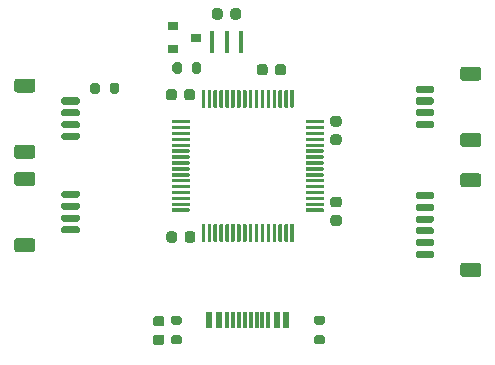
<source format=gbr>
%TF.GenerationSoftware,KiCad,Pcbnew,5.1.8-db9833491~87~ubuntu20.04.1*%
%TF.CreationDate,2020-11-23T17:18:25+01:00*%
%TF.ProjectId,rosalyn-fc,726f7361-6c79-46e2-9d66-632e6b696361,v0.1*%
%TF.SameCoordinates,Original*%
%TF.FileFunction,Paste,Bot*%
%TF.FilePolarity,Positive*%
%FSLAX46Y46*%
G04 Gerber Fmt 4.6, Leading zero omitted, Abs format (unit mm)*
G04 Created by KiCad (PCBNEW 5.1.8-db9833491~87~ubuntu20.04.1) date 2020-11-23 17:18:25*
%MOMM*%
%LPD*%
G01*
G04 APERTURE LIST*
%ADD10R,0.900000X0.800000*%
%ADD11R,0.400000X1.900000*%
%ADD12R,0.600000X1.450000*%
%ADD13R,0.300000X1.450000*%
G04 APERTURE END LIST*
%TO.C,C16*%
G36*
G01*
X151675000Y-91610000D02*
X151675000Y-92110000D01*
G75*
G02*
X151450000Y-92335000I-225000J0D01*
G01*
X151000000Y-92335000D01*
G75*
G02*
X150775000Y-92110000I0J225000D01*
G01*
X150775000Y-91610000D01*
G75*
G02*
X151000000Y-91385000I225000J0D01*
G01*
X151450000Y-91385000D01*
G75*
G02*
X151675000Y-91610000I0J-225000D01*
G01*
G37*
G36*
G01*
X153225000Y-91610000D02*
X153225000Y-92110000D01*
G75*
G02*
X153000000Y-92335000I-225000J0D01*
G01*
X152550000Y-92335000D01*
G75*
G02*
X152325000Y-92110000I0J225000D01*
G01*
X152325000Y-91610000D01*
G75*
G02*
X152550000Y-91385000I225000J0D01*
G01*
X153000000Y-91385000D01*
G75*
G02*
X153225000Y-91610000I0J-225000D01*
G01*
G37*
%TD*%
%TO.C,C12*%
G36*
G01*
X143985000Y-93720000D02*
X143985000Y-94220000D01*
G75*
G02*
X143760000Y-94445000I-225000J0D01*
G01*
X143310000Y-94445000D01*
G75*
G02*
X143085000Y-94220000I0J225000D01*
G01*
X143085000Y-93720000D01*
G75*
G02*
X143310000Y-93495000I225000J0D01*
G01*
X143760000Y-93495000D01*
G75*
G02*
X143985000Y-93720000I0J-225000D01*
G01*
G37*
G36*
G01*
X145535000Y-93720000D02*
X145535000Y-94220000D01*
G75*
G02*
X145310000Y-94445000I-225000J0D01*
G01*
X144860000Y-94445000D01*
G75*
G02*
X144635000Y-94220000I0J225000D01*
G01*
X144635000Y-93720000D01*
G75*
G02*
X144860000Y-93495000I225000J0D01*
G01*
X145310000Y-93495000D01*
G75*
G02*
X145535000Y-93720000I0J-225000D01*
G01*
G37*
%TD*%
%TO.C,C11*%
G36*
G01*
X144015000Y-105770000D02*
X144015000Y-106270000D01*
G75*
G02*
X143790000Y-106495000I-225000J0D01*
G01*
X143340000Y-106495000D01*
G75*
G02*
X143115000Y-106270000I0J225000D01*
G01*
X143115000Y-105770000D01*
G75*
G02*
X143340000Y-105545000I225000J0D01*
G01*
X143790000Y-105545000D01*
G75*
G02*
X144015000Y-105770000I0J-225000D01*
G01*
G37*
G36*
G01*
X145565000Y-105770000D02*
X145565000Y-106270000D01*
G75*
G02*
X145340000Y-106495000I-225000J0D01*
G01*
X144890000Y-106495000D01*
G75*
G02*
X144665000Y-106270000I0J225000D01*
G01*
X144665000Y-105770000D01*
G75*
G02*
X144890000Y-105545000I225000J0D01*
G01*
X145340000Y-105545000D01*
G75*
G02*
X145565000Y-105770000I0J-225000D01*
G01*
G37*
%TD*%
%TO.C,C10*%
G36*
G01*
X157720000Y-96675000D02*
X157220000Y-96675000D01*
G75*
G02*
X156995000Y-96450000I0J225000D01*
G01*
X156995000Y-96000000D01*
G75*
G02*
X157220000Y-95775000I225000J0D01*
G01*
X157720000Y-95775000D01*
G75*
G02*
X157945000Y-96000000I0J-225000D01*
G01*
X157945000Y-96450000D01*
G75*
G02*
X157720000Y-96675000I-225000J0D01*
G01*
G37*
G36*
G01*
X157720000Y-98225000D02*
X157220000Y-98225000D01*
G75*
G02*
X156995000Y-98000000I0J225000D01*
G01*
X156995000Y-97550000D01*
G75*
G02*
X157220000Y-97325000I225000J0D01*
G01*
X157720000Y-97325000D01*
G75*
G02*
X157945000Y-97550000I0J-225000D01*
G01*
X157945000Y-98000000D01*
G75*
G02*
X157720000Y-98225000I-225000J0D01*
G01*
G37*
%TD*%
%TO.C,C9*%
G36*
G01*
X157730000Y-103515000D02*
X157230000Y-103515000D01*
G75*
G02*
X157005000Y-103290000I0J225000D01*
G01*
X157005000Y-102840000D01*
G75*
G02*
X157230000Y-102615000I225000J0D01*
G01*
X157730000Y-102615000D01*
G75*
G02*
X157955000Y-102840000I0J-225000D01*
G01*
X157955000Y-103290000D01*
G75*
G02*
X157730000Y-103515000I-225000J0D01*
G01*
G37*
G36*
G01*
X157730000Y-105065000D02*
X157230000Y-105065000D01*
G75*
G02*
X157005000Y-104840000I0J225000D01*
G01*
X157005000Y-104390000D01*
G75*
G02*
X157230000Y-104165000I225000J0D01*
G01*
X157730000Y-104165000D01*
G75*
G02*
X157955000Y-104390000I0J-225000D01*
G01*
X157955000Y-104840000D01*
G75*
G02*
X157730000Y-105065000I-225000J0D01*
G01*
G37*
%TD*%
%TO.C,U2*%
G36*
G01*
X146175000Y-93550000D02*
X146325000Y-93550000D01*
G75*
G02*
X146400000Y-93625000I0J-75000D01*
G01*
X146400000Y-95025000D01*
G75*
G02*
X146325000Y-95100000I-75000J0D01*
G01*
X146175000Y-95100000D01*
G75*
G02*
X146100000Y-95025000I0J75000D01*
G01*
X146100000Y-93625000D01*
G75*
G02*
X146175000Y-93550000I75000J0D01*
G01*
G37*
G36*
G01*
X146675000Y-93550000D02*
X146825000Y-93550000D01*
G75*
G02*
X146900000Y-93625000I0J-75000D01*
G01*
X146900000Y-95025000D01*
G75*
G02*
X146825000Y-95100000I-75000J0D01*
G01*
X146675000Y-95100000D01*
G75*
G02*
X146600000Y-95025000I0J75000D01*
G01*
X146600000Y-93625000D01*
G75*
G02*
X146675000Y-93550000I75000J0D01*
G01*
G37*
G36*
G01*
X147175000Y-93550000D02*
X147325000Y-93550000D01*
G75*
G02*
X147400000Y-93625000I0J-75000D01*
G01*
X147400000Y-95025000D01*
G75*
G02*
X147325000Y-95100000I-75000J0D01*
G01*
X147175000Y-95100000D01*
G75*
G02*
X147100000Y-95025000I0J75000D01*
G01*
X147100000Y-93625000D01*
G75*
G02*
X147175000Y-93550000I75000J0D01*
G01*
G37*
G36*
G01*
X147675000Y-93550000D02*
X147825000Y-93550000D01*
G75*
G02*
X147900000Y-93625000I0J-75000D01*
G01*
X147900000Y-95025000D01*
G75*
G02*
X147825000Y-95100000I-75000J0D01*
G01*
X147675000Y-95100000D01*
G75*
G02*
X147600000Y-95025000I0J75000D01*
G01*
X147600000Y-93625000D01*
G75*
G02*
X147675000Y-93550000I75000J0D01*
G01*
G37*
G36*
G01*
X148175000Y-93550000D02*
X148325000Y-93550000D01*
G75*
G02*
X148400000Y-93625000I0J-75000D01*
G01*
X148400000Y-95025000D01*
G75*
G02*
X148325000Y-95100000I-75000J0D01*
G01*
X148175000Y-95100000D01*
G75*
G02*
X148100000Y-95025000I0J75000D01*
G01*
X148100000Y-93625000D01*
G75*
G02*
X148175000Y-93550000I75000J0D01*
G01*
G37*
G36*
G01*
X148675000Y-93550000D02*
X148825000Y-93550000D01*
G75*
G02*
X148900000Y-93625000I0J-75000D01*
G01*
X148900000Y-95025000D01*
G75*
G02*
X148825000Y-95100000I-75000J0D01*
G01*
X148675000Y-95100000D01*
G75*
G02*
X148600000Y-95025000I0J75000D01*
G01*
X148600000Y-93625000D01*
G75*
G02*
X148675000Y-93550000I75000J0D01*
G01*
G37*
G36*
G01*
X149175000Y-93550000D02*
X149325000Y-93550000D01*
G75*
G02*
X149400000Y-93625000I0J-75000D01*
G01*
X149400000Y-95025000D01*
G75*
G02*
X149325000Y-95100000I-75000J0D01*
G01*
X149175000Y-95100000D01*
G75*
G02*
X149100000Y-95025000I0J75000D01*
G01*
X149100000Y-93625000D01*
G75*
G02*
X149175000Y-93550000I75000J0D01*
G01*
G37*
G36*
G01*
X149675000Y-93550000D02*
X149825000Y-93550000D01*
G75*
G02*
X149900000Y-93625000I0J-75000D01*
G01*
X149900000Y-95025000D01*
G75*
G02*
X149825000Y-95100000I-75000J0D01*
G01*
X149675000Y-95100000D01*
G75*
G02*
X149600000Y-95025000I0J75000D01*
G01*
X149600000Y-93625000D01*
G75*
G02*
X149675000Y-93550000I75000J0D01*
G01*
G37*
G36*
G01*
X150175000Y-93550000D02*
X150325000Y-93550000D01*
G75*
G02*
X150400000Y-93625000I0J-75000D01*
G01*
X150400000Y-95025000D01*
G75*
G02*
X150325000Y-95100000I-75000J0D01*
G01*
X150175000Y-95100000D01*
G75*
G02*
X150100000Y-95025000I0J75000D01*
G01*
X150100000Y-93625000D01*
G75*
G02*
X150175000Y-93550000I75000J0D01*
G01*
G37*
G36*
G01*
X150675000Y-93550000D02*
X150825000Y-93550000D01*
G75*
G02*
X150900000Y-93625000I0J-75000D01*
G01*
X150900000Y-95025000D01*
G75*
G02*
X150825000Y-95100000I-75000J0D01*
G01*
X150675000Y-95100000D01*
G75*
G02*
X150600000Y-95025000I0J75000D01*
G01*
X150600000Y-93625000D01*
G75*
G02*
X150675000Y-93550000I75000J0D01*
G01*
G37*
G36*
G01*
X151175000Y-93550000D02*
X151325000Y-93550000D01*
G75*
G02*
X151400000Y-93625000I0J-75000D01*
G01*
X151400000Y-95025000D01*
G75*
G02*
X151325000Y-95100000I-75000J0D01*
G01*
X151175000Y-95100000D01*
G75*
G02*
X151100000Y-95025000I0J75000D01*
G01*
X151100000Y-93625000D01*
G75*
G02*
X151175000Y-93550000I75000J0D01*
G01*
G37*
G36*
G01*
X151675000Y-93550000D02*
X151825000Y-93550000D01*
G75*
G02*
X151900000Y-93625000I0J-75000D01*
G01*
X151900000Y-95025000D01*
G75*
G02*
X151825000Y-95100000I-75000J0D01*
G01*
X151675000Y-95100000D01*
G75*
G02*
X151600000Y-95025000I0J75000D01*
G01*
X151600000Y-93625000D01*
G75*
G02*
X151675000Y-93550000I75000J0D01*
G01*
G37*
G36*
G01*
X152175000Y-93550000D02*
X152325000Y-93550000D01*
G75*
G02*
X152400000Y-93625000I0J-75000D01*
G01*
X152400000Y-95025000D01*
G75*
G02*
X152325000Y-95100000I-75000J0D01*
G01*
X152175000Y-95100000D01*
G75*
G02*
X152100000Y-95025000I0J75000D01*
G01*
X152100000Y-93625000D01*
G75*
G02*
X152175000Y-93550000I75000J0D01*
G01*
G37*
G36*
G01*
X152675000Y-93550000D02*
X152825000Y-93550000D01*
G75*
G02*
X152900000Y-93625000I0J-75000D01*
G01*
X152900000Y-95025000D01*
G75*
G02*
X152825000Y-95100000I-75000J0D01*
G01*
X152675000Y-95100000D01*
G75*
G02*
X152600000Y-95025000I0J75000D01*
G01*
X152600000Y-93625000D01*
G75*
G02*
X152675000Y-93550000I75000J0D01*
G01*
G37*
G36*
G01*
X153175000Y-93550000D02*
X153325000Y-93550000D01*
G75*
G02*
X153400000Y-93625000I0J-75000D01*
G01*
X153400000Y-95025000D01*
G75*
G02*
X153325000Y-95100000I-75000J0D01*
G01*
X153175000Y-95100000D01*
G75*
G02*
X153100000Y-95025000I0J75000D01*
G01*
X153100000Y-93625000D01*
G75*
G02*
X153175000Y-93550000I75000J0D01*
G01*
G37*
G36*
G01*
X153675000Y-93550000D02*
X153825000Y-93550000D01*
G75*
G02*
X153900000Y-93625000I0J-75000D01*
G01*
X153900000Y-95025000D01*
G75*
G02*
X153825000Y-95100000I-75000J0D01*
G01*
X153675000Y-95100000D01*
G75*
G02*
X153600000Y-95025000I0J75000D01*
G01*
X153600000Y-93625000D01*
G75*
G02*
X153675000Y-93550000I75000J0D01*
G01*
G37*
G36*
G01*
X154975000Y-96100000D02*
X156375000Y-96100000D01*
G75*
G02*
X156450000Y-96175000I0J-75000D01*
G01*
X156450000Y-96325000D01*
G75*
G02*
X156375000Y-96400000I-75000J0D01*
G01*
X154975000Y-96400000D01*
G75*
G02*
X154900000Y-96325000I0J75000D01*
G01*
X154900000Y-96175000D01*
G75*
G02*
X154975000Y-96100000I75000J0D01*
G01*
G37*
G36*
G01*
X154975000Y-96600000D02*
X156375000Y-96600000D01*
G75*
G02*
X156450000Y-96675000I0J-75000D01*
G01*
X156450000Y-96825000D01*
G75*
G02*
X156375000Y-96900000I-75000J0D01*
G01*
X154975000Y-96900000D01*
G75*
G02*
X154900000Y-96825000I0J75000D01*
G01*
X154900000Y-96675000D01*
G75*
G02*
X154975000Y-96600000I75000J0D01*
G01*
G37*
G36*
G01*
X154975000Y-97100000D02*
X156375000Y-97100000D01*
G75*
G02*
X156450000Y-97175000I0J-75000D01*
G01*
X156450000Y-97325000D01*
G75*
G02*
X156375000Y-97400000I-75000J0D01*
G01*
X154975000Y-97400000D01*
G75*
G02*
X154900000Y-97325000I0J75000D01*
G01*
X154900000Y-97175000D01*
G75*
G02*
X154975000Y-97100000I75000J0D01*
G01*
G37*
G36*
G01*
X154975000Y-97600000D02*
X156375000Y-97600000D01*
G75*
G02*
X156450000Y-97675000I0J-75000D01*
G01*
X156450000Y-97825000D01*
G75*
G02*
X156375000Y-97900000I-75000J0D01*
G01*
X154975000Y-97900000D01*
G75*
G02*
X154900000Y-97825000I0J75000D01*
G01*
X154900000Y-97675000D01*
G75*
G02*
X154975000Y-97600000I75000J0D01*
G01*
G37*
G36*
G01*
X154975000Y-98100000D02*
X156375000Y-98100000D01*
G75*
G02*
X156450000Y-98175000I0J-75000D01*
G01*
X156450000Y-98325000D01*
G75*
G02*
X156375000Y-98400000I-75000J0D01*
G01*
X154975000Y-98400000D01*
G75*
G02*
X154900000Y-98325000I0J75000D01*
G01*
X154900000Y-98175000D01*
G75*
G02*
X154975000Y-98100000I75000J0D01*
G01*
G37*
G36*
G01*
X154975000Y-98600000D02*
X156375000Y-98600000D01*
G75*
G02*
X156450000Y-98675000I0J-75000D01*
G01*
X156450000Y-98825000D01*
G75*
G02*
X156375000Y-98900000I-75000J0D01*
G01*
X154975000Y-98900000D01*
G75*
G02*
X154900000Y-98825000I0J75000D01*
G01*
X154900000Y-98675000D01*
G75*
G02*
X154975000Y-98600000I75000J0D01*
G01*
G37*
G36*
G01*
X154975000Y-99100000D02*
X156375000Y-99100000D01*
G75*
G02*
X156450000Y-99175000I0J-75000D01*
G01*
X156450000Y-99325000D01*
G75*
G02*
X156375000Y-99400000I-75000J0D01*
G01*
X154975000Y-99400000D01*
G75*
G02*
X154900000Y-99325000I0J75000D01*
G01*
X154900000Y-99175000D01*
G75*
G02*
X154975000Y-99100000I75000J0D01*
G01*
G37*
G36*
G01*
X154975000Y-99600000D02*
X156375000Y-99600000D01*
G75*
G02*
X156450000Y-99675000I0J-75000D01*
G01*
X156450000Y-99825000D01*
G75*
G02*
X156375000Y-99900000I-75000J0D01*
G01*
X154975000Y-99900000D01*
G75*
G02*
X154900000Y-99825000I0J75000D01*
G01*
X154900000Y-99675000D01*
G75*
G02*
X154975000Y-99600000I75000J0D01*
G01*
G37*
G36*
G01*
X154975000Y-100100000D02*
X156375000Y-100100000D01*
G75*
G02*
X156450000Y-100175000I0J-75000D01*
G01*
X156450000Y-100325000D01*
G75*
G02*
X156375000Y-100400000I-75000J0D01*
G01*
X154975000Y-100400000D01*
G75*
G02*
X154900000Y-100325000I0J75000D01*
G01*
X154900000Y-100175000D01*
G75*
G02*
X154975000Y-100100000I75000J0D01*
G01*
G37*
G36*
G01*
X154975000Y-100600000D02*
X156375000Y-100600000D01*
G75*
G02*
X156450000Y-100675000I0J-75000D01*
G01*
X156450000Y-100825000D01*
G75*
G02*
X156375000Y-100900000I-75000J0D01*
G01*
X154975000Y-100900000D01*
G75*
G02*
X154900000Y-100825000I0J75000D01*
G01*
X154900000Y-100675000D01*
G75*
G02*
X154975000Y-100600000I75000J0D01*
G01*
G37*
G36*
G01*
X154975000Y-101100000D02*
X156375000Y-101100000D01*
G75*
G02*
X156450000Y-101175000I0J-75000D01*
G01*
X156450000Y-101325000D01*
G75*
G02*
X156375000Y-101400000I-75000J0D01*
G01*
X154975000Y-101400000D01*
G75*
G02*
X154900000Y-101325000I0J75000D01*
G01*
X154900000Y-101175000D01*
G75*
G02*
X154975000Y-101100000I75000J0D01*
G01*
G37*
G36*
G01*
X154975000Y-101600000D02*
X156375000Y-101600000D01*
G75*
G02*
X156450000Y-101675000I0J-75000D01*
G01*
X156450000Y-101825000D01*
G75*
G02*
X156375000Y-101900000I-75000J0D01*
G01*
X154975000Y-101900000D01*
G75*
G02*
X154900000Y-101825000I0J75000D01*
G01*
X154900000Y-101675000D01*
G75*
G02*
X154975000Y-101600000I75000J0D01*
G01*
G37*
G36*
G01*
X154975000Y-102100000D02*
X156375000Y-102100000D01*
G75*
G02*
X156450000Y-102175000I0J-75000D01*
G01*
X156450000Y-102325000D01*
G75*
G02*
X156375000Y-102400000I-75000J0D01*
G01*
X154975000Y-102400000D01*
G75*
G02*
X154900000Y-102325000I0J75000D01*
G01*
X154900000Y-102175000D01*
G75*
G02*
X154975000Y-102100000I75000J0D01*
G01*
G37*
G36*
G01*
X154975000Y-102600000D02*
X156375000Y-102600000D01*
G75*
G02*
X156450000Y-102675000I0J-75000D01*
G01*
X156450000Y-102825000D01*
G75*
G02*
X156375000Y-102900000I-75000J0D01*
G01*
X154975000Y-102900000D01*
G75*
G02*
X154900000Y-102825000I0J75000D01*
G01*
X154900000Y-102675000D01*
G75*
G02*
X154975000Y-102600000I75000J0D01*
G01*
G37*
G36*
G01*
X154975000Y-103100000D02*
X156375000Y-103100000D01*
G75*
G02*
X156450000Y-103175000I0J-75000D01*
G01*
X156450000Y-103325000D01*
G75*
G02*
X156375000Y-103400000I-75000J0D01*
G01*
X154975000Y-103400000D01*
G75*
G02*
X154900000Y-103325000I0J75000D01*
G01*
X154900000Y-103175000D01*
G75*
G02*
X154975000Y-103100000I75000J0D01*
G01*
G37*
G36*
G01*
X154975000Y-103600000D02*
X156375000Y-103600000D01*
G75*
G02*
X156450000Y-103675000I0J-75000D01*
G01*
X156450000Y-103825000D01*
G75*
G02*
X156375000Y-103900000I-75000J0D01*
G01*
X154975000Y-103900000D01*
G75*
G02*
X154900000Y-103825000I0J75000D01*
G01*
X154900000Y-103675000D01*
G75*
G02*
X154975000Y-103600000I75000J0D01*
G01*
G37*
G36*
G01*
X153675000Y-104900000D02*
X153825000Y-104900000D01*
G75*
G02*
X153900000Y-104975000I0J-75000D01*
G01*
X153900000Y-106375000D01*
G75*
G02*
X153825000Y-106450000I-75000J0D01*
G01*
X153675000Y-106450000D01*
G75*
G02*
X153600000Y-106375000I0J75000D01*
G01*
X153600000Y-104975000D01*
G75*
G02*
X153675000Y-104900000I75000J0D01*
G01*
G37*
G36*
G01*
X153175000Y-104900000D02*
X153325000Y-104900000D01*
G75*
G02*
X153400000Y-104975000I0J-75000D01*
G01*
X153400000Y-106375000D01*
G75*
G02*
X153325000Y-106450000I-75000J0D01*
G01*
X153175000Y-106450000D01*
G75*
G02*
X153100000Y-106375000I0J75000D01*
G01*
X153100000Y-104975000D01*
G75*
G02*
X153175000Y-104900000I75000J0D01*
G01*
G37*
G36*
G01*
X152675000Y-104900000D02*
X152825000Y-104900000D01*
G75*
G02*
X152900000Y-104975000I0J-75000D01*
G01*
X152900000Y-106375000D01*
G75*
G02*
X152825000Y-106450000I-75000J0D01*
G01*
X152675000Y-106450000D01*
G75*
G02*
X152600000Y-106375000I0J75000D01*
G01*
X152600000Y-104975000D01*
G75*
G02*
X152675000Y-104900000I75000J0D01*
G01*
G37*
G36*
G01*
X152175000Y-104900000D02*
X152325000Y-104900000D01*
G75*
G02*
X152400000Y-104975000I0J-75000D01*
G01*
X152400000Y-106375000D01*
G75*
G02*
X152325000Y-106450000I-75000J0D01*
G01*
X152175000Y-106450000D01*
G75*
G02*
X152100000Y-106375000I0J75000D01*
G01*
X152100000Y-104975000D01*
G75*
G02*
X152175000Y-104900000I75000J0D01*
G01*
G37*
G36*
G01*
X151675000Y-104900000D02*
X151825000Y-104900000D01*
G75*
G02*
X151900000Y-104975000I0J-75000D01*
G01*
X151900000Y-106375000D01*
G75*
G02*
X151825000Y-106450000I-75000J0D01*
G01*
X151675000Y-106450000D01*
G75*
G02*
X151600000Y-106375000I0J75000D01*
G01*
X151600000Y-104975000D01*
G75*
G02*
X151675000Y-104900000I75000J0D01*
G01*
G37*
G36*
G01*
X151175000Y-104900000D02*
X151325000Y-104900000D01*
G75*
G02*
X151400000Y-104975000I0J-75000D01*
G01*
X151400000Y-106375000D01*
G75*
G02*
X151325000Y-106450000I-75000J0D01*
G01*
X151175000Y-106450000D01*
G75*
G02*
X151100000Y-106375000I0J75000D01*
G01*
X151100000Y-104975000D01*
G75*
G02*
X151175000Y-104900000I75000J0D01*
G01*
G37*
G36*
G01*
X150675000Y-104900000D02*
X150825000Y-104900000D01*
G75*
G02*
X150900000Y-104975000I0J-75000D01*
G01*
X150900000Y-106375000D01*
G75*
G02*
X150825000Y-106450000I-75000J0D01*
G01*
X150675000Y-106450000D01*
G75*
G02*
X150600000Y-106375000I0J75000D01*
G01*
X150600000Y-104975000D01*
G75*
G02*
X150675000Y-104900000I75000J0D01*
G01*
G37*
G36*
G01*
X150175000Y-104900000D02*
X150325000Y-104900000D01*
G75*
G02*
X150400000Y-104975000I0J-75000D01*
G01*
X150400000Y-106375000D01*
G75*
G02*
X150325000Y-106450000I-75000J0D01*
G01*
X150175000Y-106450000D01*
G75*
G02*
X150100000Y-106375000I0J75000D01*
G01*
X150100000Y-104975000D01*
G75*
G02*
X150175000Y-104900000I75000J0D01*
G01*
G37*
G36*
G01*
X149675000Y-104900000D02*
X149825000Y-104900000D01*
G75*
G02*
X149900000Y-104975000I0J-75000D01*
G01*
X149900000Y-106375000D01*
G75*
G02*
X149825000Y-106450000I-75000J0D01*
G01*
X149675000Y-106450000D01*
G75*
G02*
X149600000Y-106375000I0J75000D01*
G01*
X149600000Y-104975000D01*
G75*
G02*
X149675000Y-104900000I75000J0D01*
G01*
G37*
G36*
G01*
X149175000Y-104900000D02*
X149325000Y-104900000D01*
G75*
G02*
X149400000Y-104975000I0J-75000D01*
G01*
X149400000Y-106375000D01*
G75*
G02*
X149325000Y-106450000I-75000J0D01*
G01*
X149175000Y-106450000D01*
G75*
G02*
X149100000Y-106375000I0J75000D01*
G01*
X149100000Y-104975000D01*
G75*
G02*
X149175000Y-104900000I75000J0D01*
G01*
G37*
G36*
G01*
X148675000Y-104900000D02*
X148825000Y-104900000D01*
G75*
G02*
X148900000Y-104975000I0J-75000D01*
G01*
X148900000Y-106375000D01*
G75*
G02*
X148825000Y-106450000I-75000J0D01*
G01*
X148675000Y-106450000D01*
G75*
G02*
X148600000Y-106375000I0J75000D01*
G01*
X148600000Y-104975000D01*
G75*
G02*
X148675000Y-104900000I75000J0D01*
G01*
G37*
G36*
G01*
X148175000Y-104900000D02*
X148325000Y-104900000D01*
G75*
G02*
X148400000Y-104975000I0J-75000D01*
G01*
X148400000Y-106375000D01*
G75*
G02*
X148325000Y-106450000I-75000J0D01*
G01*
X148175000Y-106450000D01*
G75*
G02*
X148100000Y-106375000I0J75000D01*
G01*
X148100000Y-104975000D01*
G75*
G02*
X148175000Y-104900000I75000J0D01*
G01*
G37*
G36*
G01*
X147675000Y-104900000D02*
X147825000Y-104900000D01*
G75*
G02*
X147900000Y-104975000I0J-75000D01*
G01*
X147900000Y-106375000D01*
G75*
G02*
X147825000Y-106450000I-75000J0D01*
G01*
X147675000Y-106450000D01*
G75*
G02*
X147600000Y-106375000I0J75000D01*
G01*
X147600000Y-104975000D01*
G75*
G02*
X147675000Y-104900000I75000J0D01*
G01*
G37*
G36*
G01*
X147175000Y-104900000D02*
X147325000Y-104900000D01*
G75*
G02*
X147400000Y-104975000I0J-75000D01*
G01*
X147400000Y-106375000D01*
G75*
G02*
X147325000Y-106450000I-75000J0D01*
G01*
X147175000Y-106450000D01*
G75*
G02*
X147100000Y-106375000I0J75000D01*
G01*
X147100000Y-104975000D01*
G75*
G02*
X147175000Y-104900000I75000J0D01*
G01*
G37*
G36*
G01*
X146675000Y-104900000D02*
X146825000Y-104900000D01*
G75*
G02*
X146900000Y-104975000I0J-75000D01*
G01*
X146900000Y-106375000D01*
G75*
G02*
X146825000Y-106450000I-75000J0D01*
G01*
X146675000Y-106450000D01*
G75*
G02*
X146600000Y-106375000I0J75000D01*
G01*
X146600000Y-104975000D01*
G75*
G02*
X146675000Y-104900000I75000J0D01*
G01*
G37*
G36*
G01*
X146175000Y-104900000D02*
X146325000Y-104900000D01*
G75*
G02*
X146400000Y-104975000I0J-75000D01*
G01*
X146400000Y-106375000D01*
G75*
G02*
X146325000Y-106450000I-75000J0D01*
G01*
X146175000Y-106450000D01*
G75*
G02*
X146100000Y-106375000I0J75000D01*
G01*
X146100000Y-104975000D01*
G75*
G02*
X146175000Y-104900000I75000J0D01*
G01*
G37*
G36*
G01*
X143625000Y-103600000D02*
X145025000Y-103600000D01*
G75*
G02*
X145100000Y-103675000I0J-75000D01*
G01*
X145100000Y-103825000D01*
G75*
G02*
X145025000Y-103900000I-75000J0D01*
G01*
X143625000Y-103900000D01*
G75*
G02*
X143550000Y-103825000I0J75000D01*
G01*
X143550000Y-103675000D01*
G75*
G02*
X143625000Y-103600000I75000J0D01*
G01*
G37*
G36*
G01*
X143625000Y-103100000D02*
X145025000Y-103100000D01*
G75*
G02*
X145100000Y-103175000I0J-75000D01*
G01*
X145100000Y-103325000D01*
G75*
G02*
X145025000Y-103400000I-75000J0D01*
G01*
X143625000Y-103400000D01*
G75*
G02*
X143550000Y-103325000I0J75000D01*
G01*
X143550000Y-103175000D01*
G75*
G02*
X143625000Y-103100000I75000J0D01*
G01*
G37*
G36*
G01*
X143625000Y-102600000D02*
X145025000Y-102600000D01*
G75*
G02*
X145100000Y-102675000I0J-75000D01*
G01*
X145100000Y-102825000D01*
G75*
G02*
X145025000Y-102900000I-75000J0D01*
G01*
X143625000Y-102900000D01*
G75*
G02*
X143550000Y-102825000I0J75000D01*
G01*
X143550000Y-102675000D01*
G75*
G02*
X143625000Y-102600000I75000J0D01*
G01*
G37*
G36*
G01*
X143625000Y-102100000D02*
X145025000Y-102100000D01*
G75*
G02*
X145100000Y-102175000I0J-75000D01*
G01*
X145100000Y-102325000D01*
G75*
G02*
X145025000Y-102400000I-75000J0D01*
G01*
X143625000Y-102400000D01*
G75*
G02*
X143550000Y-102325000I0J75000D01*
G01*
X143550000Y-102175000D01*
G75*
G02*
X143625000Y-102100000I75000J0D01*
G01*
G37*
G36*
G01*
X143625000Y-101600000D02*
X145025000Y-101600000D01*
G75*
G02*
X145100000Y-101675000I0J-75000D01*
G01*
X145100000Y-101825000D01*
G75*
G02*
X145025000Y-101900000I-75000J0D01*
G01*
X143625000Y-101900000D01*
G75*
G02*
X143550000Y-101825000I0J75000D01*
G01*
X143550000Y-101675000D01*
G75*
G02*
X143625000Y-101600000I75000J0D01*
G01*
G37*
G36*
G01*
X143625000Y-101100000D02*
X145025000Y-101100000D01*
G75*
G02*
X145100000Y-101175000I0J-75000D01*
G01*
X145100000Y-101325000D01*
G75*
G02*
X145025000Y-101400000I-75000J0D01*
G01*
X143625000Y-101400000D01*
G75*
G02*
X143550000Y-101325000I0J75000D01*
G01*
X143550000Y-101175000D01*
G75*
G02*
X143625000Y-101100000I75000J0D01*
G01*
G37*
G36*
G01*
X143625000Y-100600000D02*
X145025000Y-100600000D01*
G75*
G02*
X145100000Y-100675000I0J-75000D01*
G01*
X145100000Y-100825000D01*
G75*
G02*
X145025000Y-100900000I-75000J0D01*
G01*
X143625000Y-100900000D01*
G75*
G02*
X143550000Y-100825000I0J75000D01*
G01*
X143550000Y-100675000D01*
G75*
G02*
X143625000Y-100600000I75000J0D01*
G01*
G37*
G36*
G01*
X143625000Y-100100000D02*
X145025000Y-100100000D01*
G75*
G02*
X145100000Y-100175000I0J-75000D01*
G01*
X145100000Y-100325000D01*
G75*
G02*
X145025000Y-100400000I-75000J0D01*
G01*
X143625000Y-100400000D01*
G75*
G02*
X143550000Y-100325000I0J75000D01*
G01*
X143550000Y-100175000D01*
G75*
G02*
X143625000Y-100100000I75000J0D01*
G01*
G37*
G36*
G01*
X143625000Y-99600000D02*
X145025000Y-99600000D01*
G75*
G02*
X145100000Y-99675000I0J-75000D01*
G01*
X145100000Y-99825000D01*
G75*
G02*
X145025000Y-99900000I-75000J0D01*
G01*
X143625000Y-99900000D01*
G75*
G02*
X143550000Y-99825000I0J75000D01*
G01*
X143550000Y-99675000D01*
G75*
G02*
X143625000Y-99600000I75000J0D01*
G01*
G37*
G36*
G01*
X143625000Y-99100000D02*
X145025000Y-99100000D01*
G75*
G02*
X145100000Y-99175000I0J-75000D01*
G01*
X145100000Y-99325000D01*
G75*
G02*
X145025000Y-99400000I-75000J0D01*
G01*
X143625000Y-99400000D01*
G75*
G02*
X143550000Y-99325000I0J75000D01*
G01*
X143550000Y-99175000D01*
G75*
G02*
X143625000Y-99100000I75000J0D01*
G01*
G37*
G36*
G01*
X143625000Y-98600000D02*
X145025000Y-98600000D01*
G75*
G02*
X145100000Y-98675000I0J-75000D01*
G01*
X145100000Y-98825000D01*
G75*
G02*
X145025000Y-98900000I-75000J0D01*
G01*
X143625000Y-98900000D01*
G75*
G02*
X143550000Y-98825000I0J75000D01*
G01*
X143550000Y-98675000D01*
G75*
G02*
X143625000Y-98600000I75000J0D01*
G01*
G37*
G36*
G01*
X143625000Y-98100000D02*
X145025000Y-98100000D01*
G75*
G02*
X145100000Y-98175000I0J-75000D01*
G01*
X145100000Y-98325000D01*
G75*
G02*
X145025000Y-98400000I-75000J0D01*
G01*
X143625000Y-98400000D01*
G75*
G02*
X143550000Y-98325000I0J75000D01*
G01*
X143550000Y-98175000D01*
G75*
G02*
X143625000Y-98100000I75000J0D01*
G01*
G37*
G36*
G01*
X143625000Y-97600000D02*
X145025000Y-97600000D01*
G75*
G02*
X145100000Y-97675000I0J-75000D01*
G01*
X145100000Y-97825000D01*
G75*
G02*
X145025000Y-97900000I-75000J0D01*
G01*
X143625000Y-97900000D01*
G75*
G02*
X143550000Y-97825000I0J75000D01*
G01*
X143550000Y-97675000D01*
G75*
G02*
X143625000Y-97600000I75000J0D01*
G01*
G37*
G36*
G01*
X143625000Y-97100000D02*
X145025000Y-97100000D01*
G75*
G02*
X145100000Y-97175000I0J-75000D01*
G01*
X145100000Y-97325000D01*
G75*
G02*
X145025000Y-97400000I-75000J0D01*
G01*
X143625000Y-97400000D01*
G75*
G02*
X143550000Y-97325000I0J75000D01*
G01*
X143550000Y-97175000D01*
G75*
G02*
X143625000Y-97100000I75000J0D01*
G01*
G37*
G36*
G01*
X143625000Y-96600000D02*
X145025000Y-96600000D01*
G75*
G02*
X145100000Y-96675000I0J-75000D01*
G01*
X145100000Y-96825000D01*
G75*
G02*
X145025000Y-96900000I-75000J0D01*
G01*
X143625000Y-96900000D01*
G75*
G02*
X143550000Y-96825000I0J75000D01*
G01*
X143550000Y-96675000D01*
G75*
G02*
X143625000Y-96600000I75000J0D01*
G01*
G37*
G36*
G01*
X143625000Y-96100000D02*
X145025000Y-96100000D01*
G75*
G02*
X145100000Y-96175000I0J-75000D01*
G01*
X145100000Y-96325000D01*
G75*
G02*
X145025000Y-96400000I-75000J0D01*
G01*
X143625000Y-96400000D01*
G75*
G02*
X143550000Y-96325000I0J75000D01*
G01*
X143550000Y-96175000D01*
G75*
G02*
X143625000Y-96100000I75000J0D01*
G01*
G37*
%TD*%
%TO.C,C8*%
G36*
G01*
X149430000Y-86880000D02*
X149430000Y-87380000D01*
G75*
G02*
X149205000Y-87605000I-225000J0D01*
G01*
X148755000Y-87605000D01*
G75*
G02*
X148530000Y-87380000I0J225000D01*
G01*
X148530000Y-86880000D01*
G75*
G02*
X148755000Y-86655000I225000J0D01*
G01*
X149205000Y-86655000D01*
G75*
G02*
X149430000Y-86880000I0J-225000D01*
G01*
G37*
G36*
G01*
X147880000Y-86880000D02*
X147880000Y-87380000D01*
G75*
G02*
X147655000Y-87605000I-225000J0D01*
G01*
X147205000Y-87605000D01*
G75*
G02*
X146980000Y-87380000I0J225000D01*
G01*
X146980000Y-86880000D01*
G75*
G02*
X147205000Y-86655000I225000J0D01*
G01*
X147655000Y-86655000D01*
G75*
G02*
X147880000Y-86880000I0J-225000D01*
G01*
G37*
%TD*%
D10*
%TO.C,Q1*%
X143650000Y-90090000D03*
X143650000Y-88190000D03*
X145650000Y-89140000D03*
%TD*%
%TO.C,R1*%
G36*
G01*
X156355000Y-113465000D02*
X155805000Y-113465000D01*
G75*
G02*
X155605000Y-113265000I0J200000D01*
G01*
X155605000Y-112865000D01*
G75*
G02*
X155805000Y-112665000I200000J0D01*
G01*
X156355000Y-112665000D01*
G75*
G02*
X156555000Y-112865000I0J-200000D01*
G01*
X156555000Y-113265000D01*
G75*
G02*
X156355000Y-113465000I-200000J0D01*
G01*
G37*
G36*
G01*
X156355000Y-115115000D02*
X155805000Y-115115000D01*
G75*
G02*
X155605000Y-114915000I0J200000D01*
G01*
X155605000Y-114515000D01*
G75*
G02*
X155805000Y-114315000I200000J0D01*
G01*
X156355000Y-114315000D01*
G75*
G02*
X156555000Y-114515000I0J-200000D01*
G01*
X156555000Y-114915000D01*
G75*
G02*
X156355000Y-115115000I-200000J0D01*
G01*
G37*
%TD*%
%TO.C,R2*%
G36*
G01*
X144225000Y-115115000D02*
X143675000Y-115115000D01*
G75*
G02*
X143475000Y-114915000I0J200000D01*
G01*
X143475000Y-114515000D01*
G75*
G02*
X143675000Y-114315000I200000J0D01*
G01*
X144225000Y-114315000D01*
G75*
G02*
X144425000Y-114515000I0J-200000D01*
G01*
X144425000Y-114915000D01*
G75*
G02*
X144225000Y-115115000I-200000J0D01*
G01*
G37*
G36*
G01*
X144225000Y-113465000D02*
X143675000Y-113465000D01*
G75*
G02*
X143475000Y-113265000I0J200000D01*
G01*
X143475000Y-112865000D01*
G75*
G02*
X143675000Y-112665000I200000J0D01*
G01*
X144225000Y-112665000D01*
G75*
G02*
X144425000Y-112865000I0J-200000D01*
G01*
X144425000Y-113265000D01*
G75*
G02*
X144225000Y-113465000I-200000J0D01*
G01*
G37*
%TD*%
%TO.C,R5*%
G36*
G01*
X139125000Y-93145000D02*
X139125000Y-93695000D01*
G75*
G02*
X138925000Y-93895000I-200000J0D01*
G01*
X138525000Y-93895000D01*
G75*
G02*
X138325000Y-93695000I0J200000D01*
G01*
X138325000Y-93145000D01*
G75*
G02*
X138525000Y-92945000I200000J0D01*
G01*
X138925000Y-92945000D01*
G75*
G02*
X139125000Y-93145000I0J-200000D01*
G01*
G37*
G36*
G01*
X137475000Y-93145000D02*
X137475000Y-93695000D01*
G75*
G02*
X137275000Y-93895000I-200000J0D01*
G01*
X136875000Y-93895000D01*
G75*
G02*
X136675000Y-93695000I0J200000D01*
G01*
X136675000Y-93145000D01*
G75*
G02*
X136875000Y-92945000I200000J0D01*
G01*
X137275000Y-92945000D01*
G75*
G02*
X137475000Y-93145000I0J-200000D01*
G01*
G37*
%TD*%
%TO.C,R8*%
G36*
G01*
X145275000Y-91975000D02*
X145275000Y-91425000D01*
G75*
G02*
X145475000Y-91225000I200000J0D01*
G01*
X145875000Y-91225000D01*
G75*
G02*
X146075000Y-91425000I0J-200000D01*
G01*
X146075000Y-91975000D01*
G75*
G02*
X145875000Y-92175000I-200000J0D01*
G01*
X145475000Y-92175000D01*
G75*
G02*
X145275000Y-91975000I0J200000D01*
G01*
G37*
G36*
G01*
X143625000Y-91975000D02*
X143625000Y-91425000D01*
G75*
G02*
X143825000Y-91225000I200000J0D01*
G01*
X144225000Y-91225000D01*
G75*
G02*
X144425000Y-91425000I0J-200000D01*
G01*
X144425000Y-91975000D01*
G75*
G02*
X144225000Y-92175000I-200000J0D01*
G01*
X143825000Y-92175000D01*
G75*
G02*
X143625000Y-91975000I0J200000D01*
G01*
G37*
%TD*%
D11*
%TO.C,Y1*%
X147010000Y-89500000D03*
X148210000Y-89500000D03*
X149410000Y-89500000D03*
%TD*%
%TO.C,D1*%
G36*
G01*
X142203750Y-112715000D02*
X142716250Y-112715000D01*
G75*
G02*
X142935000Y-112933750I0J-218750D01*
G01*
X142935000Y-113371250D01*
G75*
G02*
X142716250Y-113590000I-218750J0D01*
G01*
X142203750Y-113590000D01*
G75*
G02*
X141985000Y-113371250I0J218750D01*
G01*
X141985000Y-112933750D01*
G75*
G02*
X142203750Y-112715000I218750J0D01*
G01*
G37*
G36*
G01*
X142203750Y-114290000D02*
X142716250Y-114290000D01*
G75*
G02*
X142935000Y-114508750I0J-218750D01*
G01*
X142935000Y-114946250D01*
G75*
G02*
X142716250Y-115165000I-218750J0D01*
G01*
X142203750Y-115165000D01*
G75*
G02*
X141985000Y-114946250I0J218750D01*
G01*
X141985000Y-114508750D01*
G75*
G02*
X142203750Y-114290000I218750J0D01*
G01*
G37*
%TD*%
%TO.C,J2*%
G36*
G01*
X164375000Y-102200000D02*
X165625000Y-102200000D01*
G75*
G02*
X165775000Y-102350000I0J-150000D01*
G01*
X165775000Y-102650000D01*
G75*
G02*
X165625000Y-102800000I-150000J0D01*
G01*
X164375000Y-102800000D01*
G75*
G02*
X164225000Y-102650000I0J150000D01*
G01*
X164225000Y-102350000D01*
G75*
G02*
X164375000Y-102200000I150000J0D01*
G01*
G37*
G36*
G01*
X164375000Y-103200000D02*
X165625000Y-103200000D01*
G75*
G02*
X165775000Y-103350000I0J-150000D01*
G01*
X165775000Y-103650000D01*
G75*
G02*
X165625000Y-103800000I-150000J0D01*
G01*
X164375000Y-103800000D01*
G75*
G02*
X164225000Y-103650000I0J150000D01*
G01*
X164225000Y-103350000D01*
G75*
G02*
X164375000Y-103200000I150000J0D01*
G01*
G37*
G36*
G01*
X164375000Y-104200000D02*
X165625000Y-104200000D01*
G75*
G02*
X165775000Y-104350000I0J-150000D01*
G01*
X165775000Y-104650000D01*
G75*
G02*
X165625000Y-104800000I-150000J0D01*
G01*
X164375000Y-104800000D01*
G75*
G02*
X164225000Y-104650000I0J150000D01*
G01*
X164225000Y-104350000D01*
G75*
G02*
X164375000Y-104200000I150000J0D01*
G01*
G37*
G36*
G01*
X164375000Y-105200000D02*
X165625000Y-105200000D01*
G75*
G02*
X165775000Y-105350000I0J-150000D01*
G01*
X165775000Y-105650000D01*
G75*
G02*
X165625000Y-105800000I-150000J0D01*
G01*
X164375000Y-105800000D01*
G75*
G02*
X164225000Y-105650000I0J150000D01*
G01*
X164225000Y-105350000D01*
G75*
G02*
X164375000Y-105200000I150000J0D01*
G01*
G37*
G36*
G01*
X164375000Y-106200000D02*
X165625000Y-106200000D01*
G75*
G02*
X165775000Y-106350000I0J-150000D01*
G01*
X165775000Y-106650000D01*
G75*
G02*
X165625000Y-106800000I-150000J0D01*
G01*
X164375000Y-106800000D01*
G75*
G02*
X164225000Y-106650000I0J150000D01*
G01*
X164225000Y-106350000D01*
G75*
G02*
X164375000Y-106200000I150000J0D01*
G01*
G37*
G36*
G01*
X164375000Y-107200000D02*
X165625000Y-107200000D01*
G75*
G02*
X165775000Y-107350000I0J-150000D01*
G01*
X165775000Y-107650000D01*
G75*
G02*
X165625000Y-107800000I-150000J0D01*
G01*
X164375000Y-107800000D01*
G75*
G02*
X164225000Y-107650000I0J150000D01*
G01*
X164225000Y-107350000D01*
G75*
G02*
X164375000Y-107200000I150000J0D01*
G01*
G37*
G36*
G01*
X168224999Y-100600000D02*
X169525001Y-100600000D01*
G75*
G02*
X169775000Y-100849999I0J-249999D01*
G01*
X169775000Y-101550001D01*
G75*
G02*
X169525001Y-101800000I-249999J0D01*
G01*
X168224999Y-101800000D01*
G75*
G02*
X167975000Y-101550001I0J249999D01*
G01*
X167975000Y-100849999D01*
G75*
G02*
X168224999Y-100600000I249999J0D01*
G01*
G37*
G36*
G01*
X168224999Y-108200000D02*
X169525001Y-108200000D01*
G75*
G02*
X169775000Y-108449999I0J-249999D01*
G01*
X169775000Y-109150001D01*
G75*
G02*
X169525001Y-109400000I-249999J0D01*
G01*
X168224999Y-109400000D01*
G75*
G02*
X167975000Y-109150001I0J249999D01*
G01*
X167975000Y-108449999D01*
G75*
G02*
X168224999Y-108200000I249999J0D01*
G01*
G37*
%TD*%
%TO.C,J4*%
G36*
G01*
X164375000Y-93200000D02*
X165625000Y-93200000D01*
G75*
G02*
X165775000Y-93350000I0J-150000D01*
G01*
X165775000Y-93650000D01*
G75*
G02*
X165625000Y-93800000I-150000J0D01*
G01*
X164375000Y-93800000D01*
G75*
G02*
X164225000Y-93650000I0J150000D01*
G01*
X164225000Y-93350000D01*
G75*
G02*
X164375000Y-93200000I150000J0D01*
G01*
G37*
G36*
G01*
X164375000Y-94200000D02*
X165625000Y-94200000D01*
G75*
G02*
X165775000Y-94350000I0J-150000D01*
G01*
X165775000Y-94650000D01*
G75*
G02*
X165625000Y-94800000I-150000J0D01*
G01*
X164375000Y-94800000D01*
G75*
G02*
X164225000Y-94650000I0J150000D01*
G01*
X164225000Y-94350000D01*
G75*
G02*
X164375000Y-94200000I150000J0D01*
G01*
G37*
G36*
G01*
X164375000Y-95200000D02*
X165625000Y-95200000D01*
G75*
G02*
X165775000Y-95350000I0J-150000D01*
G01*
X165775000Y-95650000D01*
G75*
G02*
X165625000Y-95800000I-150000J0D01*
G01*
X164375000Y-95800000D01*
G75*
G02*
X164225000Y-95650000I0J150000D01*
G01*
X164225000Y-95350000D01*
G75*
G02*
X164375000Y-95200000I150000J0D01*
G01*
G37*
G36*
G01*
X164375000Y-96200000D02*
X165625000Y-96200000D01*
G75*
G02*
X165775000Y-96350000I0J-150000D01*
G01*
X165775000Y-96650000D01*
G75*
G02*
X165625000Y-96800000I-150000J0D01*
G01*
X164375000Y-96800000D01*
G75*
G02*
X164225000Y-96650000I0J150000D01*
G01*
X164225000Y-96350000D01*
G75*
G02*
X164375000Y-96200000I150000J0D01*
G01*
G37*
G36*
G01*
X168224999Y-91600000D02*
X169525001Y-91600000D01*
G75*
G02*
X169775000Y-91849999I0J-249999D01*
G01*
X169775000Y-92550001D01*
G75*
G02*
X169525001Y-92800000I-249999J0D01*
G01*
X168224999Y-92800000D01*
G75*
G02*
X167975000Y-92550001I0J249999D01*
G01*
X167975000Y-91849999D01*
G75*
G02*
X168224999Y-91600000I249999J0D01*
G01*
G37*
G36*
G01*
X168224999Y-97200000D02*
X169525001Y-97200000D01*
G75*
G02*
X169775000Y-97449999I0J-249999D01*
G01*
X169775000Y-98150001D01*
G75*
G02*
X169525001Y-98400000I-249999J0D01*
G01*
X168224999Y-98400000D01*
G75*
G02*
X167975000Y-98150001I0J249999D01*
G01*
X167975000Y-97449999D01*
G75*
G02*
X168224999Y-97200000I249999J0D01*
G01*
G37*
%TD*%
%TO.C,J5*%
G36*
G01*
X131775001Y-93800000D02*
X130474999Y-93800000D01*
G75*
G02*
X130225000Y-93550001I0J249999D01*
G01*
X130225000Y-92849999D01*
G75*
G02*
X130474999Y-92600000I249999J0D01*
G01*
X131775001Y-92600000D01*
G75*
G02*
X132025000Y-92849999I0J-249999D01*
G01*
X132025000Y-93550001D01*
G75*
G02*
X131775001Y-93800000I-249999J0D01*
G01*
G37*
G36*
G01*
X131775001Y-99400000D02*
X130474999Y-99400000D01*
G75*
G02*
X130225000Y-99150001I0J249999D01*
G01*
X130225000Y-98449999D01*
G75*
G02*
X130474999Y-98200000I249999J0D01*
G01*
X131775001Y-98200000D01*
G75*
G02*
X132025000Y-98449999I0J-249999D01*
G01*
X132025000Y-99150001D01*
G75*
G02*
X131775001Y-99400000I-249999J0D01*
G01*
G37*
G36*
G01*
X135625000Y-94800000D02*
X134375000Y-94800000D01*
G75*
G02*
X134225000Y-94650000I0J150000D01*
G01*
X134225000Y-94350000D01*
G75*
G02*
X134375000Y-94200000I150000J0D01*
G01*
X135625000Y-94200000D01*
G75*
G02*
X135775000Y-94350000I0J-150000D01*
G01*
X135775000Y-94650000D01*
G75*
G02*
X135625000Y-94800000I-150000J0D01*
G01*
G37*
G36*
G01*
X135625000Y-95800000D02*
X134375000Y-95800000D01*
G75*
G02*
X134225000Y-95650000I0J150000D01*
G01*
X134225000Y-95350000D01*
G75*
G02*
X134375000Y-95200000I150000J0D01*
G01*
X135625000Y-95200000D01*
G75*
G02*
X135775000Y-95350000I0J-150000D01*
G01*
X135775000Y-95650000D01*
G75*
G02*
X135625000Y-95800000I-150000J0D01*
G01*
G37*
G36*
G01*
X135625000Y-96800000D02*
X134375000Y-96800000D01*
G75*
G02*
X134225000Y-96650000I0J150000D01*
G01*
X134225000Y-96350000D01*
G75*
G02*
X134375000Y-96200000I150000J0D01*
G01*
X135625000Y-96200000D01*
G75*
G02*
X135775000Y-96350000I0J-150000D01*
G01*
X135775000Y-96650000D01*
G75*
G02*
X135625000Y-96800000I-150000J0D01*
G01*
G37*
G36*
G01*
X135625000Y-97800000D02*
X134375000Y-97800000D01*
G75*
G02*
X134225000Y-97650000I0J150000D01*
G01*
X134225000Y-97350000D01*
G75*
G02*
X134375000Y-97200000I150000J0D01*
G01*
X135625000Y-97200000D01*
G75*
G02*
X135775000Y-97350000I0J-150000D01*
G01*
X135775000Y-97650000D01*
G75*
G02*
X135625000Y-97800000I-150000J0D01*
G01*
G37*
%TD*%
%TO.C,J6*%
G36*
G01*
X135625000Y-105710000D02*
X134375000Y-105710000D01*
G75*
G02*
X134225000Y-105560000I0J150000D01*
G01*
X134225000Y-105260000D01*
G75*
G02*
X134375000Y-105110000I150000J0D01*
G01*
X135625000Y-105110000D01*
G75*
G02*
X135775000Y-105260000I0J-150000D01*
G01*
X135775000Y-105560000D01*
G75*
G02*
X135625000Y-105710000I-150000J0D01*
G01*
G37*
G36*
G01*
X135625000Y-104710000D02*
X134375000Y-104710000D01*
G75*
G02*
X134225000Y-104560000I0J150000D01*
G01*
X134225000Y-104260000D01*
G75*
G02*
X134375000Y-104110000I150000J0D01*
G01*
X135625000Y-104110000D01*
G75*
G02*
X135775000Y-104260000I0J-150000D01*
G01*
X135775000Y-104560000D01*
G75*
G02*
X135625000Y-104710000I-150000J0D01*
G01*
G37*
G36*
G01*
X135625000Y-103710000D02*
X134375000Y-103710000D01*
G75*
G02*
X134225000Y-103560000I0J150000D01*
G01*
X134225000Y-103260000D01*
G75*
G02*
X134375000Y-103110000I150000J0D01*
G01*
X135625000Y-103110000D01*
G75*
G02*
X135775000Y-103260000I0J-150000D01*
G01*
X135775000Y-103560000D01*
G75*
G02*
X135625000Y-103710000I-150000J0D01*
G01*
G37*
G36*
G01*
X135625000Y-102710000D02*
X134375000Y-102710000D01*
G75*
G02*
X134225000Y-102560000I0J150000D01*
G01*
X134225000Y-102260000D01*
G75*
G02*
X134375000Y-102110000I150000J0D01*
G01*
X135625000Y-102110000D01*
G75*
G02*
X135775000Y-102260000I0J-150000D01*
G01*
X135775000Y-102560000D01*
G75*
G02*
X135625000Y-102710000I-150000J0D01*
G01*
G37*
G36*
G01*
X131775001Y-107310000D02*
X130474999Y-107310000D01*
G75*
G02*
X130225000Y-107060001I0J249999D01*
G01*
X130225000Y-106359999D01*
G75*
G02*
X130474999Y-106110000I249999J0D01*
G01*
X131775001Y-106110000D01*
G75*
G02*
X132025000Y-106359999I0J-249999D01*
G01*
X132025000Y-107060001D01*
G75*
G02*
X131775001Y-107310000I-249999J0D01*
G01*
G37*
G36*
G01*
X131775001Y-101710000D02*
X130474999Y-101710000D01*
G75*
G02*
X130225000Y-101460001I0J249999D01*
G01*
X130225000Y-100759999D01*
G75*
G02*
X130474999Y-100510000I249999J0D01*
G01*
X131775001Y-100510000D01*
G75*
G02*
X132025000Y-100759999I0J-249999D01*
G01*
X132025000Y-101460001D01*
G75*
G02*
X131775001Y-101710000I-249999J0D01*
G01*
G37*
%TD*%
D12*
%TO.C,J1*%
X146750000Y-113055000D03*
X147550000Y-113055000D03*
X152450000Y-113055000D03*
X153250000Y-113055000D03*
X153250000Y-113055000D03*
X152450000Y-113055000D03*
X147550000Y-113055000D03*
X146750000Y-113055000D03*
D13*
X151750000Y-113055000D03*
X151250000Y-113055000D03*
X150750000Y-113055000D03*
X149750000Y-113055000D03*
X149250000Y-113055000D03*
X148750000Y-113055000D03*
X148250000Y-113055000D03*
X150250000Y-113055000D03*
%TD*%
M02*

</source>
